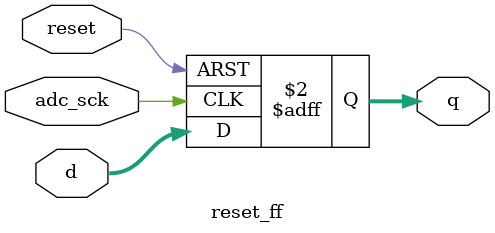
<source format=v>
/* 
▪ * Team Id: eYRC#AB#3265
▪ * Author List: Md Faizan, Sudhanshu Ranjan, Sumit Saroj
▪ * Filename: reset_ff
▪ * Theme: Astro Tinker Bot 
▪ * Functions:reset_ff
▪ * Global Variables: None
▪ */

// reset_ff.v - 8-bit resettable D flip-flop

module reset_ff #(parameter WIDTH = 8) (
    input       adc_sck, reset,
    input       [WIDTH-1:0] d,
    output reg  [WIDTH-1:0] q
);

always @(posedge adc_sck or posedge reset) begin
    if (reset) q <= 0;
    else     q <= d;
end

endmodule

</source>
